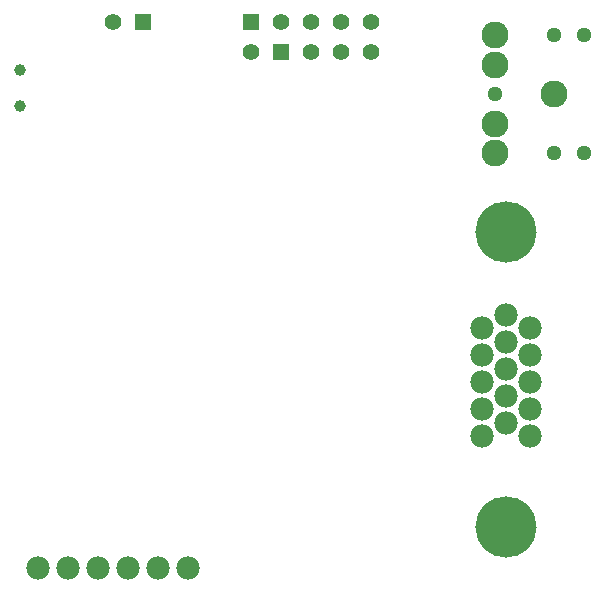
<source format=gbs>
G75*
%MOIN*%
%OFA0B0*%
%FSLAX24Y24*%
%IPPOS*%
%LPD*%
%AMOC8*
5,1,8,0,0,1.08239X$1,22.5*
%
%ADD10C,0.0780*%
%ADD11C,0.2040*%
%ADD12C,0.0900*%
%ADD13C,0.0512*%
%ADD14R,0.0555X0.0555*%
%ADD15C,0.0555*%
%ADD16C,0.0394*%
D10*
X001827Y000860D03*
X002827Y000860D03*
X003827Y000860D03*
X004827Y000860D03*
X005827Y000860D03*
X006827Y000860D03*
X016627Y005254D03*
X016627Y006156D03*
X017427Y006605D03*
X018227Y006156D03*
X017427Y005703D03*
X018227Y005254D03*
X018227Y007058D03*
X017427Y007506D03*
X018227Y007959D03*
X017427Y008408D03*
X018227Y008861D03*
X017427Y009310D03*
X016627Y008861D03*
X016627Y007959D03*
X016627Y007058D03*
D11*
X017427Y002239D03*
X017427Y012081D03*
D12*
X017059Y014691D03*
X017059Y015676D03*
X019027Y016660D03*
X017059Y017644D03*
X017059Y018629D03*
D13*
X019027Y018629D03*
X020012Y018629D03*
X017059Y016660D03*
X019027Y014691D03*
X020012Y014691D03*
D14*
X009927Y018060D03*
X008927Y019060D03*
X005327Y019060D03*
D15*
X004327Y019060D03*
X008927Y018060D03*
X009927Y019060D03*
X010927Y019060D03*
X011927Y019060D03*
X012927Y019060D03*
X012927Y018060D03*
X011927Y018060D03*
X010927Y018060D03*
D16*
X001227Y017451D03*
X001227Y016269D03*
M02*

</source>
